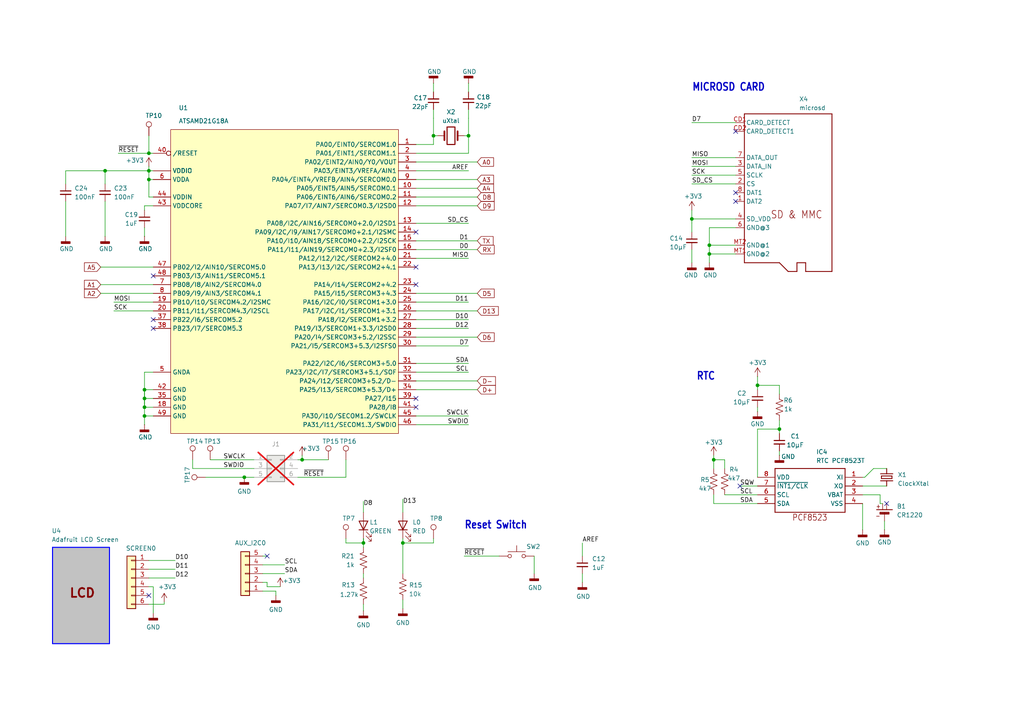
<source format=kicad_sch>
(kicad_sch (version 20250114) (generator "eeschema") (generator_version "9.0")
  (paper "A4")
  (title_block (title "FED3 Control Board") (rev "7.4") (company "Kravitz Lab") (comment 1 "Open Ephys, Inc."))
  (lib_symbols
    (symbol "Connector:TestPoint" (pin_numbers (hide yes)) (pin_names (offset 0.762) (hide yes))
      (property "Reference" "TP" (at 0 6.858 0))
      (property "Value" "TestPoint" (at 0 5.08 0))
      (symbol "TestPoint_1_1"
        (pin passive line (at 0 0 90) (length 2.54) (name "1") (number "1"))
      )
    )
    (symbol "Connector_Generic:Conn_01x05" (pin_names (offset 1.016) (hide yes))
      (property "Reference" "J" (at 0 7.62 0))
      (property "Value" "Conn_01x05" (at 0 -7.62 0))
      (symbol "Conn_01x05_1_1"
        (pin passive line (at -5.08 5.08 0) (length 3.81) (name "Pin_1") (number "1"))
        (pin passive line (at -5.08 2.54 0) (length 3.81) (name "Pin_2") (number "2"))
        (pin passive line (at -5.08 0 0) (length 3.81) (name "Pin_3") (number "3"))
        (pin passive line (at -5.08 -2.54 0) (length 3.81) (name "Pin_4") (number "4"))
        (pin passive line (at -5.08 -5.08 0) (length 3.81) (name "Pin_5") (number "5"))
      )
    )
    (symbol "Connector_Generic:Conn_01x06" (pin_names (offset 1.016) (hide yes))
      (property "Reference" "J" (at 0 7.62 0))
      (property "Value" "Conn_01x06" (at 0 -10.16 0))
      (symbol "Conn_01x06_1_1"
        (pin passive line (at -5.08 5.08 0) (length 3.81) (name "Pin_1") (number "1"))
        (pin passive line (at -5.08 2.54 0) (length 3.81) (name "Pin_2") (number "2"))
        (pin passive line (at -5.08 0 0) (length 3.81) (name "Pin_3") (number "3"))
        (pin passive line (at -5.08 -2.54 0) (length 3.81) (name "Pin_4") (number "4"))
        (pin passive line (at -5.08 -5.08 0) (length 3.81) (name "Pin_5") (number "5"))
        (pin passive line (at -5.08 -7.62 0) (length 3.81) (name "Pin_6") (number "6"))
      )
    )
    (symbol "Connector_Generic:Conn_02x03_Odd_Even" (pin_names (offset 1.016) (hide yes))
      (property "Reference" "J" (at 1.27 5.08 0))
      (property "Value" "Conn_02x03_Odd_Even" (at 1.27 -5.08 0))
      (symbol "Conn_02x03_Odd_Even_1_1"
        (pin passive line (at -5.08 2.54 0) (length 3.81) (name "Pin_1") (number "1"))
        (pin passive line (at -5.08 0 0) (length 3.81) (name "Pin_3") (number "3"))
        (pin passive line (at -5.08 -2.54 0) (length 3.81) (name "Pin_5") (number "5"))
        (pin passive line (at 7.62 2.54 180) (length 3.81) (name "Pin_2") (number "2"))
        (pin passive line (at 7.62 0 180) (length 3.81) (name "Pin_4") (number "4"))
        (pin passive line (at 7.62 -2.54 180) (length 3.81) (name "Pin_6") (number "6"))
      )
    )
    (symbol "Device:C_Small" (pin_numbers (hide yes)) (pin_names (offset 0.254) (hide yes))
      (property "Reference" "C" (at 0.254 1.778 0))
      (property "Value" "C_Small" (at 0.254 -2.032 0))
      (symbol "C_Small_1_1"
        (pin passive line (at 0 2.54 270) (length 2.032) (name "~") (number "1"))
        (pin passive line (at 0 -2.54 90) (length 2.032) (name "~") (number "2"))
      )
    )
    (symbol "Device:Crystal" (pin_numbers (hide yes)) (pin_names (offset 1.016) (hide yes))
      (property "Reference" "Y" (at 0 3.81 0))
      (property "Value" "Crystal" (at 0 -3.81 0))
      (symbol "Crystal_1_1"
        (pin passive line (at -3.81 0 0) (length 1.27) (name "1") (number "1"))
        (pin passive line (at 3.81 0 180) (length 1.27) (name "2") (number "2"))
      )
    )
    (symbol "Device:LED" (pin_numbers (hide yes)) (pin_names (offset 1.016) (hide yes))
      (property "Reference" "D" (at 0 2.54 0))
      (property "Value" "LED" (at 0 -2.54 0))
      (symbol "LED_1_1"
        (pin passive line (at -3.81 0 0) (length 2.54) (name "K") (number "1"))
        (pin passive line (at 3.81 0 180) (length 2.54) (name "A") (number "2"))
      )
    )
    (symbol "Device:R_US" (pin_numbers (hide yes)) (pin_names (offset 0))
      (property "Reference" "R" (at 2.54 0 90))
      (property "Value" "R_US" (at -2.54 0 90))
      (symbol "R_US_1_1"
        (pin passive line (at 0 3.81 270) (length 1.27) (name "~") (number "1"))
        (pin passive line (at 0 -3.81 90) (length 1.27) (name "~") (number "2"))
      )
    )
    (symbol "FED3 SymbLib:ATSAMD21J_QFN"
      (symbol "ATSAMD21J_QFN_1_0"
        (pin bidirectional inverted (at -25.4 33.02 0) (length 5.08) (name "/RESET") (number "40"))
        (pin power_in line (at -25.4 27.94 0) (length 5.08) (name "VDDIO") (number "17"))
        (pin power_in line (at -25.4 27.94 0) (length 5.08) (name "VDDIO") (number "36"))
        (pin power_in line (at -25.4 25.4 0) (length 5.08) (name "VDDA") (number "6"))
        (pin power_in line (at -25.4 20.32 0) (length 5.08) (name "VDDIN") (number "44"))
        (pin power_in line (at -25.4 17.78 0) (length 5.08) (name "VDDCORE") (number "43"))
        (pin bidirectional line (at -25.4 0 0) (length 5.08) (name "PB02/I2/AIN10/SERCOM5.0") (number "47"))
        (pin bidirectional line (at -25.4 -2.54 0) (length 5.08) (name "PB03/I3/AIN11/SERCOM5.1") (number "48"))
        (pin bidirectional line (at -25.4 -5.08 0) (length 5.08) (name "PB08/I8/AIN2/SERCOM4.0") (number "7"))
        (pin bidirectional line (at -25.4 -7.62 0) (length 5.08) (name "PB09/I9/AIN3/SERCOM4.1") (number "8"))
        (pin bidirectional line (at -25.4 -10.16 0) (length 5.08) (name "PB10/I10/SERCOM4.2/I2SMC") (number "19"))
        (pin bidirectional line (at -25.4 -12.7 0) (length 5.08) (name "PB11/I11/SERCOM4.3/I2SCL") (number "20"))
        (pin bidirectional line (at -25.4 -15.24 0) (length 5.08) (name "PB22/I6/SERCOM5.2") (number "37"))
        (pin bidirectional line (at -25.4 -17.78 0) (length 5.08) (name "PB23/I7/SERCOM5.3") (number "38"))
        (pin power_in line (at -25.4 -30.48 0) (length 5.08) (name "GNDA") (number "5"))
        (pin power_in line (at -25.4 -35.56 0) (length 5.08) (name "GND") (number "42"))
        (pin power_in line (at -25.4 -38.1 0) (length 5.08) (name "GND") (number "35"))
        (pin power_in line (at -25.4 -40.64 0) (length 5.08) (name "GND") (number "18"))
        (pin power_in line (at -25.4 -43.18 0) (length 5.08) (name "GND") (number "49"))
        (pin bidirectional line (at 50.8 35.56 180) (length 5.08) (name "PA00/EINT0/SERCOM1.0") (number "1"))
        (pin bidirectional line (at 50.8 33.02 180) (length 5.08) (name "PA01/EINT1/SERCOM1.1") (number "2"))
        (pin bidirectional line (at 50.8 30.48 180) (length 5.08) (name "PA02/EINT2/AIN0/Y0/VOUT") (number "3"))
        (pin bidirectional line (at 50.8 27.94 180) (length 5.08) (name "PA03/EINT3/VREFA/AIN1") (number "4"))
        (pin bidirectional line (at 50.8 25.4 180) (length 5.08) (name "PA04/EINT4/VREFB/AIN4/SERCOM0.0") (number "9"))
        (pin bidirectional line (at 50.8 22.86 180) (length 5.08) (name "PA05/EINT5/AIN5/SERCOM0.1") (number "10"))
        (pin bidirectional line (at 50.8 20.32 180) (length 5.08) (name "PA06/EINT6/AIN6/SERCOM0.2") (number "11"))
        (pin bidirectional line (at 50.8 17.78 180) (length 5.08) (name "PA07/I7/AIN7/SERCOM0.3/I2SD0") (number "12"))
        (pin bidirectional line (at 50.8 12.7 180) (length 5.08) (name "PA08/I2C/AIN16/SERCOM0+2.0/I2SD1") (number "13"))
        (pin bidirectional line (at 50.8 10.16 180) (length 5.08) (name "PA09/I2C/I9/AIN17/SERCOM0+2.1/I2SMC") (number "14"))
        (pin bidirectional line (at 50.8 7.62 180) (length 5.08) (name "PA10/I10/AIN18/SERCOM0+2.2/I2SCK") (number "15"))
        (pin bidirectional line (at 50.8 5.08 180) (length 5.08) (name "PA11/I11/AIN19/SERCOM0+2.3/I2SF0") (number "16"))
        (pin bidirectional line (at 50.8 2.54 180) (length 5.08) (name "PA12/I12/I2C/SERCOM2+4.0") (number "21"))
        (pin bidirectional line (at 50.8 0 180) (length 5.08) (name "PA13/I13/I2C/SERCOM2+4.1") (number "22"))
        (pin bidirectional line (at 50.8 -5.08 180) (length 5.08) (name "PA14/I14/SERCOM2+4.2") (number "23"))
        (pin bidirectional line (at 50.8 -7.62 180) (length 5.08) (name "PA15/I15/SERCOM3+4.3") (number "24"))
        (pin bidirectional line (at 50.8 -10.16 180) (length 5.08) (name "PA16/I2C/I0/SERCOM1+3.0") (number "25"))
        (pin bidirectional line (at 50.8 -12.7 180) (length 5.08) (name "PA17/I2C/I1/SERCOM1+3.1") (number "26"))
        (pin bidirectional line (at 50.8 -15.24 180) (length 5.08) (name "PA18/I2/SERCOM1+3.2") (number "27"))
        (pin bidirectional line (at 50.8 -17.78 180) (length 5.08) (name "PA19/I3/SERCOM1+3.3/I2SD0") (number "28"))
        (pin bidirectional line (at 50.8 -20.32 180) (length 5.08) (name "PA20/I4/SERCOM3+5.2/I2SSC") (number "29"))
        (pin bidirectional line (at 50.8 -22.86 180) (length 5.08) (name "PA21/I5/SERCOM3+5.3/I2SFS0") (number "30"))
        (pin bidirectional line (at 50.8 -27.94 180) (length 5.08) (name "PA22/I2C/I6/SERCOM3+5.0") (number "31"))
        (pin bidirectional line (at 50.8 -30.48 180) (length 5.08) (name "PA23/I2C/I7/SERCOM3+5.1/SOF") (number "32"))
        (pin bidirectional line (at 50.8 -33.02 180) (length 5.08) (name "PA24/I12/SERCOM3+5.2/D-") (number "33"))
        (pin bidirectional line (at 50.8 -35.56 180) (length 5.08) (name "PA25/I13/SERCOM3+5.3/D+") (number "34"))
        (pin bidirectional line (at 50.8 -38.1 180) (length 5.08) (name "PA27/I15") (number "39"))
        (pin bidirectional line (at 50.8 -40.64 180) (length 5.08) (name "PA28/I8") (number "41"))
        (pin bidirectional line (at 50.8 -43.18 180) (length 5.08) (name "PA30/I10/SECOM1.2/SWCLK") (number "45"))
        (pin bidirectional line (at 50.8 -45.72 180) (length 5.08) (name "PA31/I11/SECOM1.3/SWDIO") (number "46"))
      )
    )
    (symbol "FED3 SymbLib:BATTERYCR1220_SMT"
      (property "Reference" "B" (at -2.54 3.175 0))
      (symbol "BATTERYCR1220_SMT_1_0"
        (text "-" (at -1.778 -1.143 900) (effects (font (size 1.27 1.0795)) (justify right top)))
        (text "+" (at 1.016 -1.016 900) (effects (font (size 1.27 1.0795)) (justify right top)))
        (pin passive line (at -2.54 0 0) (length 2.54) (name "-") (number "3"))
        (pin passive line (at 2.54 0.6096 180) (length 1.8288) (name "+") (number "1"))
        (pin passive line (at 2.54 -0.5334 180) (length 1.8288) (name "+") (number "2"))
      )
    )
    (symbol "FED3 SymbLib:CRYSTAL8.0X3.8"
      (property "Reference" "Y" (at -2.54 2.54 0))
      (symbol "CRYSTAL8.0X3.8_1_0"
        (pin passive line (at -3.81 -2.54 0) (length 2.54) (hide yes) (name "2") (number "2"))
        (pin passive line (at -2.54 0 0) (length 0) (name "1") (number "1"))
        (pin passive line (at 2.54 0 180) (length 0) (name "4") (number "4"))
        (pin passive line (at 2.54 -2.54 180) (length 2.54) (hide yes) (name "3") (number "3"))
      )
    )
    (symbol "FED3 SymbLib:LCD_SCREEN" (pin_numbers (hide yes))
      (property "Reference" "U" (at -8.128 15.24 0))
      (property "Value" "Adafruit LCD Screen" (at 1.016 -15.24 0))
      (symbol "LCD_SCREEN_1_1"
        (text "LCD" (at -0.254 0.762 0) (effects (font (size 2.54 2.54) (thickness 0.508) (bold yes))))
      )
    )
    (symbol "FED3 SymbLib:MICROSD"
      (property "Reference" "X" (at -12.7 22.606 0))
      (symbol "MICROSD_1_0"
        (text "SD & MMC" (at -5.08 -10.16 0) (effects (font (size 2.1844 1.8567)) (justify left bottom)))
        (pin passive line (at -15.24 17.78 0) (length 2.54) (name "CARD_DETECT") (number "CD1"))
        (pin passive line (at -15.24 15.24 0) (length 2.54) (name "CARD_DETECT1") (number "CD2"))
        (pin output line (at -15.24 7.62 0) (length 2.54) (name "DATA_OUT") (number "7"))
        (pin input line (at -15.24 5.08 0) (length 2.54) (name "DATA_IN") (number "3"))
        (pin input line (at -15.24 2.54 0) (length 2.54) (name "SCLK") (number "5"))
        (pin input line (at -15.24 0 0) (length 2.54) (name "CS") (number "2"))
        (pin bidirectional line (at -15.24 -2.54 0) (length 2.54) (name "DAT1") (number "8"))
        (pin bidirectional line (at -15.24 -5.08 0) (length 2.54) (name "DAT2") (number "1"))
        (pin power_in line (at -15.24 -10.16 0) (length 2.54) (name "SD_VDD") (number "4"))
        (pin power_in line (at -15.24 -12.7 0) (length 2.54) (name "GND@3") (number "6"))
        (pin power_in line (at -15.24 -17.78 0) (length 2.54) (name "GND@1") (number "MT2"))
        (pin power_in line (at -15.24 -20.32 0) (length 2.54) (name "GND@2") (number "MT1"))
      )
    )
    (symbol "FED3 SymbLib:RTC_PCF8523/TK"
      (property "Reference" "IC" (at 10.16 7.62 0))
      (symbol "RTC_PCF8523/TK_1_0"
        (text "PCF8523" (at -5.08 -10.16 0) (effects (font (size 1.778 1.5113)) (justify left bottom)))
        (pin input line (at -15.24 2.54 0) (length 5.08) (name "XI") (number "1"))
        (pin output line (at -15.24 0 0) (length 5.08) (name "XO") (number "2"))
        (pin power_in line (at -15.24 -2.54 0) (length 5.08) (name "VBAT") (number "3"))
        (pin power_in line (at -15.24 -5.08 0) (length 5.08) (name "VSS") (number "4"))
        (pin power_in line (at 15.24 2.54 180) (length 5.08) (name "VDD") (number "8"))
        (pin output line (at 15.24 0 180) (length 5.08) (name "~{INT1/CLK}") (number "7"))
        (pin bidirectional line (at 15.24 -2.54 180) (length 5.08) (name "SCL") (number "6"))
        (pin bidirectional line (at 15.24 -5.08 180) (length 5.08) (name "SDA") (number "5"))
      )
    )
    (symbol "Switch:SW_Push" (pin_numbers (hide yes)) (pin_names (offset 1.016) (hide yes))
      (property "Reference" "SW" (at 1.27 2.54 0))
      (property "Value" "SW_Push" (at 0 -1.524 0))
      (symbol "SW_Push_0_1"
        (pin passive line (at -5.08 0 0) (length 2.54) (name "1") (number "1"))
        (pin passive line (at 5.08 0 180) (length 2.54) (name "2") (number "2"))
      )
    )
    (symbol "power:+3V3" (power) (pin_numbers (hide yes)) (pin_names (offset 0) (hide yes))
      (property "Value" "+3V3" (at 0 3.556 0))
      (symbol "+3V3_1_1"
        (pin power_in line (at 0 0 90) (length 0) (name "~") (number "1"))
      )
    )
    (symbol "power:GNDD" (power) (pin_numbers (hide yes)) (pin_names (offset 0) (hide yes))
      (property "Value" "GNDD" (at 0 -3.175 0))
      (symbol "GNDD_1_1"
        (pin power_in line (at 0 0 270) (length 0) (name "~") (number "1"))
      )
    )
  )
  (text "MICROSD CARD" (at 200.66 26.67 0) (effects (font (size 2.1844 1.8567) (thickness 0.3713) (bold yes)) (justify left bottom)))
  (text "Reset Switch" (at 134.62 153.67 0) (effects (font (size 2.1844 1.8567) (thickness 0.3713) (bold yes)) (justify left bottom)))
  (text "RTC" (at 201.93 110.49 0) (effects (font (size 2.1844 1.8567) (thickness 0.3713) (bold yes)) (justify left bottom)))
  (junction (at 105.41 157.48))
  (junction (at 205.74 73.66))
  (junction (at 135.89 39.37))
  (junction (at 200.66 63.5))
  (junction (at 70.866 138.43))
  (junction (at 87.63 133.35))
  (junction (at 30.48 49.53))
  (junction (at 43.18 44.45))
  (junction (at 219.71 111.76))
  (junction (at 41.91 118.11))
  (junction (at 43.18 49.53))
  (junction (at 116.84 157.48))
  (junction (at 43.18 52.07))
  (junction (at 226.06 124.46))
  (junction (at 207.01 133.35))
  (junction (at 41.91 113.03))
  (junction (at 41.91 120.65))
  (junction (at 125.73 39.37))
  (junction (at 205.74 71.12))
  (junction (at 41.91 115.57))
  (no_connect (at 120.65 118.11))
  (no_connect (at 120.65 115.57))
  (no_connect (at 213.36 55.88))
  (no_connect (at 43.18 172.72))
  (no_connect (at 44.45 95.25))
  (no_connect (at 257.1496 146.05))
  (no_connect (at 120.65 77.47))
  (no_connect (at 213.36 38.1))
  (no_connect (at 44.45 92.71))
  (no_connect (at 214.63 140.97))
  (no_connect (at 120.65 82.55))
  (no_connect (at 213.36 58.42))
  (no_connect (at 44.45 80.01))
  (no_connect (at 77.47 161.29))
  (no_connect (at 120.65 67.31))
  (wire (pts (xy 207.01 132.08) (xy 207.01 133.35)) (stroke (width 0.1524)))
  (wire (pts (xy 255.27 143.51) (xy 255.27 146.05)) (stroke (width 0.1524)))
  (wire (pts (xy 256.54 151.13) (xy 256.54 153.67)) (stroke (width 0.1524)))
  (wire (pts (xy 120.65 110.49) (xy 138.43 110.49)) (stroke (width 0.1524)))
  (wire (pts (xy 200.66 60.96) (xy 200.66 63.5)) (stroke (width 0.1524)))
  (wire (pts (xy 120.65 107.95) (xy 135.89 107.95)) (stroke (width 0.1524)))
  (wire (pts (xy 105.41 175.26) (xy 105.41 177.165)) (stroke (width 0.1524)))
  (wire (pts (xy 226.06 124.46) (xy 226.06 125.73)))
  (wire (pts (xy 41.91 66.04) (xy 41.91 68.58)))
  (wire (pts (xy 41.91 115.57) (xy 41.91 118.11)) (stroke (width 0.1524)))
  (wire (pts (xy 60.96 133.35) (xy 73.66 133.35)))
  (wire (pts (xy 105.41 166.37) (xy 105.41 167.64)))
  (wire (pts (xy 207.01 133.35) (xy 210.185 133.35)) (stroke (width 0.1524)))
  (wire (pts (xy 116.84 157.48) (xy 116.84 166.37)) (stroke (width 0.1524)))
  (wire (pts (xy 138.43 113.03) (xy 120.65 113.03)) (stroke (width 0.1524)))
  (wire (pts (xy 120.65 57.15) (xy 138.43 57.15)) (stroke (width 0.1524)))
  (wire (pts (xy 134.62 161.29) (xy 144.78 161.29)) (stroke (width 0.1524)))
  (wire (pts (xy 41.91 113.03) (xy 41.91 115.57)) (stroke (width 0.1524)))
  (wire (pts (xy 120.65 41.91) (xy 125.73 41.91)) (stroke (width 0.1524)))
  (wire (pts (xy 120.65 100.33) (xy 135.89 100.33)) (stroke (width 0.1524)))
  (wire (pts (xy 41.91 60.96) (xy 41.91 59.69)) (stroke (width 0.1524)))
  (wire (pts (xy 219.71 118.11) (xy 219.71 119.38)))
  (wire (pts (xy 76.2 166.37) (xy 82.55 166.37)) (stroke (width 0.1524)))
  (wire (pts (xy 207.01 143.51) (xy 207.01 146.05)) (stroke (width 0.1524)))
  (wire (pts (xy 200.66 48.26) (xy 213.36 48.26)) (stroke (width 0.1524)))
  (wire (pts (xy 219.71 111.76) (xy 219.71 113.03)))
  (wire (pts (xy 86.36 138.43) (xy 100.33 138.43)))
  (wire (pts (xy 41.91 118.11) (xy 41.91 120.65)))
  (wire (pts (xy 105.41 145.415) (xy 105.41 148.59)) (stroke (width 0.1524)))
  (wire (pts (xy 41.91 118.11) (xy 44.45 118.11)) (stroke (width 0.1524)))
  (wire (pts (xy 200.66 76.2) (xy 200.66 72.39)) (stroke (width 0.1524)))
  (wire (pts (xy 43.18 48.26) (xy 43.18 49.53)))
  (wire (pts (xy 210.185 133.35) (xy 210.185 135.89)) (stroke (width 0.1524)))
  (wire (pts (xy 116.84 144.78) (xy 116.84 148.59)) (stroke (width 0.1524)))
  (wire (pts (xy 120.65 52.07) (xy 138.43 52.07)) (stroke (width 0.1524)))
  (wire (pts (xy 43.18 165.1) (xy 50.8 165.1)) (stroke (width 0.1524)))
  (wire (pts (xy 200.66 63.5) (xy 213.36 63.5)) (stroke (width 0.1524)))
  (wire (pts (xy 200.66 45.72) (xy 213.36 45.72)) (stroke (width 0.1524)))
  (wire (pts (xy 210.185 143.51) (xy 219.71 143.51)) (stroke (width 0.1524)))
  (wire (pts (xy 30.48 53.34) (xy 30.48 49.53)))
  (wire (pts (xy 120.65 90.17) (xy 138.43 90.17)) (stroke (width 0.1524)))
  (wire (pts (xy 219.71 138.43) (xy 219.71 124.46)) (stroke (width 0.1524)))
  (wire (pts (xy 125.73 24.13) (xy 125.73 26.67)))
  (wire (pts (xy 120.65 69.85) (xy 138.43 69.85)) (stroke (width 0.1524)))
  (wire (pts (xy 135.89 24.13) (xy 135.89 26.67)))
  (wire (pts (xy 55.88 133.35) (xy 55.88 135.89)))
  (wire (pts (xy 41.91 115.57) (xy 44.45 115.57)))
  (wire (pts (xy 120.65 87.63) (xy 135.89 87.63)) (stroke (width 0.1524)))
  (wire (pts (xy 213.36 73.66) (xy 205.74 73.66)) (stroke (width 0.1524)))
  (wire (pts (xy 44.45 52.07) (xy 43.18 52.07)) (stroke (width 0.1524)))
  (wire (pts (xy 116.84 157.48) (xy 125.73 157.48)))
  (wire (pts (xy 44.45 77.47) (xy 29.21 77.47)) (stroke (width 0.1524)))
  (wire (pts (xy 43.18 52.07) (xy 43.18 49.53)) (stroke (width 0.1524)))
  (wire (pts (xy 255.27 143.51) (xy 250.19 143.51)) (stroke (width 0.1524)))
  (wire (pts (xy 43.18 162.56) (xy 50.8 162.56)) (stroke (width 0.1524)))
  (wire (pts (xy 44.45 170.18) (xy 44.45 177.8)))
  (wire (pts (xy 30.48 58.42) (xy 30.48 68.58)))
  (wire (pts (xy 100.33 157.48) (xy 105.41 157.48)))
  (wire (pts (xy 77.47 168.91) (xy 76.2 168.91)))
  (wire (pts (xy 41.91 120.65) (xy 44.45 120.65)))
  (wire (pts (xy 33.02 90.17) (xy 44.45 90.17)) (stroke (width 0.1524)))
  (wire (pts (xy 105.41 157.48) (xy 105.41 158.75)) (stroke (width 0.1524)))
  (wire (pts (xy 76.2 163.83) (xy 82.55 163.83)) (stroke (width 0.1524)))
  (wire (pts (xy 44.45 87.63) (xy 33.02 87.63)) (stroke (width 0.1524)))
  (wire (pts (xy 226.06 121.92) (xy 226.06 123.19)))
  (wire (pts (xy 19.05 49.53) (xy 30.48 49.53)))
  (wire (pts (xy 41.91 59.69) (xy 44.45 59.69)) (stroke (width 0.1524)))
  (wire (pts (xy 138.43 85.09) (xy 120.65 85.09)) (stroke (width 0.1524)))
  (wire (pts (xy 100.33 156.21) (xy 100.33 157.48)))
  (wire (pts (xy 207.01 133.35) (xy 207.01 135.89)) (stroke (width 0.1524)))
  (wire (pts (xy 226.06 124.46) (xy 226.06 123.19)) (stroke (width 0.1524)))
  (wire (pts (xy 77.47 161.29) (xy 76.2 161.29)))
  (wire (pts (xy 207.01 146.05) (xy 219.71 146.05)) (stroke (width 0.1524)))
  (wire (pts (xy 125.73 39.37) (xy 125.73 41.91)) (stroke (width 0.1524)))
  (wire (pts (xy 205.74 71.12) (xy 205.74 73.66)) (stroke (width 0.1524)))
  (wire (pts (xy 219.71 140.97) (xy 214.63 140.97)) (stroke (width 0.1524)))
  (wire (pts (xy 87.63 132.08) (xy 87.63 133.35)))
  (wire (pts (xy 257.175 140.97) (xy 250.19 140.97)) (stroke (width 0.1524)))
  (wire (pts (xy 41.91 123.19) (xy 41.91 120.65)))
  (wire (pts (xy 47.625 175.26) (xy 47.625 174.625)) (stroke (width 0.1524)))
  (wire (pts (xy 105.41 156.21) (xy 105.41 157.48)) (stroke (width 0.1524)))
  (wire (pts (xy 219.71 124.46) (xy 226.06 124.46)) (stroke (width 0.1524)))
  (wire (pts (xy 43.18 44.45) (xy 44.45 44.45)) (stroke (width 0.1524)))
  (wire (pts (xy 120.65 105.41) (xy 135.89 105.41)) (stroke (width 0.1524)))
  (wire (pts (xy 200.66 50.8) (xy 213.36 50.8)) (stroke (width 0.1524)))
  (wire (pts (xy 213.36 71.12) (xy 205.74 71.12)) (stroke (width 0.1524)))
  (wire (pts (xy 87.63 133.35) (xy 86.36 133.35)))
  (wire (pts (xy 47.625 175.26) (xy 43.18 175.26)) (stroke (width 0.1524)))
  (wire (pts (xy 77.47 170.18) (xy 77.47 168.91)))
  (wire (pts (xy 205.74 73.66) (xy 205.74 76.2)) (stroke (width 0.1524)))
  (wire (pts (xy 120.65 120.65) (xy 135.89 120.65)) (stroke (width 0.1524)))
  (wire (pts (xy 44.45 82.55) (xy 29.21 82.55)) (stroke (width 0.1524)))
  (wire (pts (xy 135.89 64.77) (xy 120.65 64.77)) (stroke (width 0.1524)))
  (wire (pts (xy 200.66 53.34) (xy 213.36 53.34)) (stroke (width 0.1524)))
  (wire (pts (xy 116.84 173.99) (xy 116.84 176.53)) (stroke (width 0.1524)))
  (wire (pts (xy 226.06 111.76) (xy 226.06 114.3)) (stroke (width 0.1524)))
  (wire (pts (xy 120.65 46.99) (xy 138.43 46.99)) (stroke (width 0.1524)))
  (wire (pts (xy 135.89 39.37) (xy 135.89 44.45)) (stroke (width 0.1524)))
  (wire (pts (xy 120.65 95.25) (xy 135.89 95.25)) (stroke (width 0.1524)))
  (wire (pts (xy 76.2 171.45) (xy 80.01 171.45)) (stroke (width 0.1524)))
  (wire (pts (xy 43.18 39.37) (xy 43.18 44.45)))
  (wire (pts (xy 213.36 66.04) (xy 205.74 66.04)) (stroke (width 0.1524)))
  (wire (pts (xy 43.18 57.15) (xy 43.18 52.07)) (stroke (width 0.1524)))
  (wire (pts (xy 125.73 31.75) (xy 125.73 34.29)))
  (wire (pts (xy 44.45 49.53) (xy 43.18 49.53)) (stroke (width 0.1524)))
  (wire (pts (xy 120.65 44.45) (xy 135.89 44.45)) (stroke (width 0.1524)))
  (wire (pts (xy 59.69 138.43) (xy 70.866 138.43)))
  (wire (pts (xy 30.48 49.53) (xy 43.18 49.53)))
  (wire (pts (xy 41.91 113.03) (xy 41.91 115.57)))
  (wire (pts (xy 168.91 157.48) (xy 168.91 161.29)))
  (wire (pts (xy 135.89 34.29) (xy 135.89 39.37)) (stroke (width 0.1524)))
  (wire (pts (xy 120.65 97.79) (xy 138.43 97.79)) (stroke (width 0.1524)))
  (wire (pts (xy 41.91 113.03) (xy 44.45 113.03)) (stroke (width 0.1524)))
  (wire (pts (xy 250.19 153.67) (xy 250.19 146.05)) (stroke (width 0.1524)))
  (wire (pts (xy 125.73 39.37) (xy 127 39.37)))
  (wire (pts (xy 226.06 111.76) (xy 219.71 111.76)) (stroke (width 0.1524)))
  (wire (pts (xy 205.74 66.04) (xy 205.74 71.12)) (stroke (width 0.1524)))
  (wire (pts (xy 200.66 63.5) (xy 200.66 64.77)) (stroke (width 0.1524)))
  (wire (pts (xy 81.28 170.18) (xy 77.47 170.18)))
  (wire (pts (xy 125.73 156.21) (xy 125.73 157.48)))
  (wire (pts (xy 34.29 44.45) (xy 43.18 44.45)) (stroke (width 0.1524)))
  (wire (pts (xy 41.91 107.95) (xy 44.45 107.95)))
  (wire (pts (xy 120.65 59.69) (xy 138.43 59.69)) (stroke (width 0.1524)))
  (wire (pts (xy 255.27 146.05) (xy 256.0066 146.05)) (stroke (width 0.1524)))
  (wire (pts (xy 200.66 35.56) (xy 213.36 35.56)) (stroke (width 0.1524)))
  (wire (pts (xy 29.21 85.09) (xy 44.45 85.09)) (stroke (width 0.1524)))
  (wire (pts (xy 43.18 167.64) (xy 50.8 167.64)) (stroke (width 0.1524)))
  (wire (pts (xy 226.06 130.81) (xy 226.06 132.08)))
  (wire (pts (xy 219.71 109.22) (xy 219.71 111.76)) (stroke (width 0.1524)))
  (wire (pts (xy 135.89 31.75) (xy 135.89 34.29)))
  (wire (pts (xy 135.89 123.19) (xy 120.65 123.19)) (stroke (width 0.1524)))
  (wire (pts (xy 120.65 92.71) (xy 135.89 92.71)) (stroke (width 0.1524)))
  (wire (pts (xy 154.94 161.29) (xy 154.94 166.37)) (stroke (width 0.1524)))
  (wire (pts (xy 70.866 138.43) (xy 73.66 138.43)))
  (wire (pts (xy 80.01 171.45) (xy 80.01 172.72)) (stroke (width 0.1524)))
  (wire (pts (xy 19.05 53.34) (xy 19.05 49.53)))
  (wire (pts (xy 120.65 72.39) (xy 138.43 72.39)) (stroke (width 0.1524)))
  (wire (pts (xy 168.91 166.37) (xy 168.91 168.91)) (stroke (width 0.1524)))
  (wire (pts (xy 100.33 133.35) (xy 100.33 138.43)))
  (wire (pts (xy 43.18 170.18) (xy 44.45 170.18)) (stroke (width 0.1524)))
  (wire (pts (xy 41.91 107.95) (xy 41.91 113.03)))
  (wire (pts (xy 105.41 157.48) (xy 105.41 156.21)))
  (wire (pts (xy 125.73 34.29) (xy 125.73 39.37)) (stroke (width 0.1524)))
  (wire (pts (xy 200.66 64.77) (xy 200.66 67.31)))
  (wire (pts (xy 44.45 57.15) (xy 43.18 57.15)) (stroke (width 0.1524)))
  (wire (pts (xy 138.43 54.61) (xy 120.65 54.61)) (stroke (width 0.1524)))
  (wire (pts (xy 55.88 135.89) (xy 73.66 135.89)))
  (wire (pts (xy 116.84 156.21) (xy 116.84 157.48)) (stroke (width 0.1524)))
  (wire (pts (xy 19.05 58.42) (xy 19.05 68.58)))
  (wire (pts (xy 253.365 135.89) (xy 250.825 138.43)) (stroke (width 0.1524)))
  (wire (pts (xy 120.65 74.93) (xy 135.89 74.93)) (stroke (width 0.1524)))
  (wire (pts (xy 41.91 115.57) (xy 41.91 118.11)))
  (wire (pts (xy 257.175 135.89) (xy 253.365 135.89)) (stroke (width 0.1524)))
  (wire (pts (xy 87.63 133.35) (xy 95.25 133.35)))
  (wire (pts (xy 134.62 39.37) (xy 135.89 39.37)))
  (wire (pts (xy 250.825 138.43) (xy 250.19 138.43)) (stroke (width 0.1524)))
  (wire (pts (xy 120.65 49.53) (xy 135.89 49.53)) (stroke (width 0.1524)))
  (label "D10" (at 135.89 92.71 180))
  (label "SWCLK" (at 64.77 133.35 0))
  (label "MISO" (at 135.89 74.93 180))
  (label "SDA" (at 82.55 166.37 0))
  (label "SCL" (at 82.55 163.83 0))
  (label "SCL" (at 214.63 143.51 0))
  (label "D10" (at 50.8 162.56 0))
  (label "SWDIO" (at 64.77 135.89 0))
  (label "MISO" (at 200.66 45.72 0))
  (label "SWDIO" (at 135.89 123.19 180))
  (label "AREF" (at 135.89 49.53 180))
  (label "~{RESET}" (at 34.29 44.45 0))
  (label "SCL" (at 135.89 107.95 180))
  (label "MOSI" (at 200.66 48.26 0))
  (label "SCK" (at 200.66 50.8 0))
  (label "D1" (at 135.89 69.85 180))
  (label "SD_CS" (at 135.89 64.77 180))
  (label "~{RESET}" (at 93.98 138.43 180))
  (label "D12" (at 135.89 95.25 180))
  (label "SDA" (at 135.89 105.41 180))
  (label "~{RESET}" (at 134.62 161.29 0))
  (label "D0" (at 135.89 72.39 180))
  (label "MOSI" (at 33.02 87.63 0))
  (label "D11" (at 50.8 165.1 0))
  (label "D8" (at 105.41 145.415 0))
  (label "SDA" (at 214.63 146.05 0))
  (label "SCK" (at 33.02 90.17 0))
  (label "SD_CS" (at 200.66 53.34 0))
  (label "AREF" (at 168.91 157.48 0))
  (label "SWCLK" (at 135.89 120.65 180))
  (label "D7" (at 135.89 100.33 180))
  (label "D12" (at 50.8 167.64 0))
  (label "D7" (at 200.66 35.56 0))
  (label "D11" (at 135.89 87.63 180))
  (label "D13" (at 116.84 144.78 0))
  (label "SQW" (at 214.63 140.97 0))
  (global_label "A5" (shape input) (at 29.21 77.47 180) (property "Intersheetrefs" "${INTERSHEET_REFS}" (effects (hide yes))))
  (global_label "RX" (shape input) (at 138.43 72.39 0) (property "Intersheetrefs" "${INTERSHEET_REFS}" (effects (hide yes))))
  (global_label "A0" (shape input) (at 138.43 46.99 0) (property "Intersheetrefs" "${INTERSHEET_REFS}" (effects (hide yes))))
  (global_label "D-" (shape input) (at 138.43 110.49 0) (property "Intersheetrefs" "${INTERSHEET_REFS}" (effects (hide yes))))
  (global_label "D9" (shape input) (at 138.43 59.69 0) (property "Intersheetrefs" "${INTERSHEET_REFS}" (effects (hide yes))))
  (global_label "A1" (shape input) (at 29.21 82.55 180) (property "Intersheetrefs" "${INTERSHEET_REFS}" (effects (hide yes))))
  (global_label "A2" (shape input) (at 29.21 85.09 180) (property "Intersheetrefs" "${INTERSHEET_REFS}" (effects (hide yes))))
  (global_label "D8" (shape input) (at 138.43 57.15 0) (property "Intersheetrefs" "${INTERSHEET_REFS}" (effects (hide yes))))
  (global_label "D13" (shape input) (at 138.43 90.17 0) (property "Intersheetrefs" "${INTERSHEET_REFS}" (effects (hide yes))))
  (global_label "TX" (shape input) (at 138.43 69.85 0) (property "Intersheetrefs" "${INTERSHEET_REFS}" (effects (hide yes))))
  (global_label "A4" (shape input) (at 138.43 54.61 0) (property "Intersheetrefs" "${INTERSHEET_REFS}" (effects (hide yes))))
  (global_label "D6" (shape input) (at 138.43 97.79 0) (property "Intersheetrefs" "${INTERSHEET_REFS}" (effects (hide yes))))
  (global_label "A3" (shape input) (at 138.43 52.07 0) (property "Intersheetrefs" "${INTERSHEET_REFS}" (effects (hide yes))))
  (global_label "D5" (shape input) (at 138.43 85.09 0) (property "Intersheetrefs" "${INTERSHEET_REFS}" (effects (hide yes))))
  (global_label "D+" (shape input) (at 138.43 113.03 0) (property "Intersheetrefs" "${INTERSHEET_REFS}" (effects (hide yes))))
  (symbol (lib_id "Device:Crystal") (at 130.81 39.37 0) (mirror x) (unit 1)
    (property "Reference" "X2" (at 130.81 31.75 0) (effects (justify bottom)))
    (property "Value" "uXtal" (at 130.81 34.29 0) (effects (justify bottom)))
    (property "Footprint" "Crystal:Crystal_SMD_MicroCrystal_CC8V-T1A-2Pin_2.0x1.2mm" (effects (hide yes)))
    (property "Description" "Crystal 32768 KHz ±50ppm 12.5pF 90kOhms" (effects (hide yes)))
    (property "OEPSPN" "OEPS100051" (effects (hide yes)))
    (property "MPN" "9HT11-32.768KBZF-T" (effects (hide yes)))
  )
  (symbol (lib_id "Device:R_US") (at 105.41 171.45 0) (mirror y) (unit 1)
    (property "Reference" "R13" (at 99.06 169.672 0) (effects (justify right)))
    (property "Value" "1.27k" (at 98.552 172.466 0) (effects (justify right)))
    (property "Footprint" "Resistor_SMD:R_0402_1005Metric" (effects (hide yes)))
    (property "Description" "SMD 0402 1.27kΩ ±1% 0.063W" (effects (hide yes)))
    (property "OEPSPN" "OEPS020190" (effects (hide yes)))
    (property "MPN" "CRCW04021K27FKED" (effects (hide yes)))
  )
  (symbol (lib_id "Device:C_Small") (at 135.89 29.21 180) (unit 1)
    (property "Reference" "C18" (at 140.208 27.432 0) (effects (justify bottom)))
    (property "Value" "22pF" (at 140.208 29.972 0) (effects (justify bottom)))
    (property "Footprint" "Capacitor_SMD:C_0402_1005Metric" (effects (hide yes)))
    (property "Description" "SMD CER 0402 22pF 50V ±5% C0G/NP0" (effects (hide yes)))
    (property "OEPSPN" "OEPS010080" (effects (hide yes)))
    (property "MPN" "CL05C220JB51PNC" (effects (hide yes)))
  )
  (symbol (lib_id "Connector:TestPoint") (at 60.96 133.35 0) (unit 1) (in_bom no)
    (property "Reference" "TP13" (at 59.182 128.016 0) (effects (justify left)))
    (property "Value" "GND" (effects (hide yes)))
    (property "Footprint" "TestPoint:TestPoint_Pad_D2.0mm" (effects (hide yes)))
    (property "Description" "test point" (effects (hide yes)))
  )
  (symbol (lib_id "power:GNDD") (at 205.74 76.2 0) (mirror y) (unit 1)
    (property "Reference" "#PWR040" (effects (hide yes)))
    (property "Value" "GND" (at 205.994 80.518 0) (effects (justify bottom)))
    (property "Description" "Power symbol creates a global label with name \"GNDD\" , digital ground" (effects (hide yes)))
  )
  (symbol (lib_id "Connector:TestPoint") (at 59.69 138.43 90) (unit 1) (in_bom no)
    (property "Reference" "TP17" (at 54.356 140.208 0) (effects (justify left)))
    (property "Value" "GND" (effects (hide yes)))
    (property "Footprint" "TestPoint:TestPoint_Pad_D2.0mm" (effects (hide yes)))
    (property "Description" "test point" (effects (hide yes)))
  )
  (symbol (lib_id "Device:C_Small") (at 200.66 69.85 0) (unit 1)
    (property "Reference" "C14" (at 194.183 69.85 0) (effects (justify left bottom)))
    (property "Value" "10µF" (at 194.183 72.39 0) (effects (justify left bottom)))
    (property "Footprint" "Capacitor_SMD:C_0402_1005Metric" (effects (hide yes)))
    (property "Description" "Unpolarized capacitor, small symbol" (effects (hide yes)))
    (property "OEPSPN" "OEPS010038" (effects (hide yes)))
    (property "MPN" "CL05A106MP5NUNC" (effects (hide yes)))
  )
  (symbol (lib_id "Device:LED") (at 105.41 152.4 90) (unit 1)
    (property "Reference" "L1" (at 107.188 150.749 90) (effects (justify right bottom)))
    (property "Value" "GREEN" (at 107.188 153.289 90) (effects (justify right bottom)))
    (property "Footprint" "LED_SMD:LED_0603_1608Metric" (effects (hide yes)))
    (property "Description" "LED 0603 Green 570nm 20mA" (effects (hide yes)))
    (property "OEPSPN" "OEPS030005" (effects (hide yes)))
    (property "MPN" "150060VS75000" (effects (hide yes)))
  )
  (symbol (lib_id "Connector:TestPoint") (at 100.33 156.21 0) (unit 1) (in_bom no)
    (property "Reference" "TP7" (at 99.314 150.368 0) (effects (justify left)))
    (property "Value" "3V3" (effects (hide yes)))
    (property "Footprint" "TestPoint:TestPoint_Pad_D2.0mm" (effects (hide yes)))
  )
  (symbol (lib_id "power:GNDD") (at 256.54 153.67 0) (unit 1)
    (property "Reference" "#PWR058" (effects (hide yes)))
    (property "Value" "GND" (at 256.54 157.988 0) (effects (justify bottom)))
    (property "Description" "Power symbol creates a global label with name \"GNDD\" , digital ground" (effects (hide yes)))
  )
  (symbol (lib_id "power:+3V3") (at 200.66 60.96 0) (unit 1)
    (property "Reference" "#+3V03" (effects (hide yes)))
    (property "Value" "+3V3" (at 201.041 57.658 0) (effects (justify bottom)))
  )
  (symbol (lib_id "power:GNDD") (at 30.48 68.58 0) (unit 1)
    (property "Reference" "#PWR072" (effects (hide yes)))
    (property "Value" "GND" (at 30.734 72.898 0) (effects (justify bottom)))
    (property "Description" "Power symbol creates a global label with name \"GNDD\" , digital ground" (effects (hide yes)))
  )
  (symbol (lib_id "power:GNDD") (at 41.91 68.58 0) (unit 1)
    (property "Reference" "#PWR016" (effects (hide yes)))
    (property "Value" "GND" (at 42.164 72.898 0) (effects (justify bottom)))
    (property "Description" "Power symbol creates a global label with name \"GNDD\" , digital ground" (effects (hide yes)))
  )
  (symbol (lib_id "power:GNDD") (at 125.73 24.13 180) (unit 1)
    (property "Reference" "#PWR041" (effects (hide yes)))
    (property "Value" "GND" (at 125.984 20.066 0) (effects (justify bottom)))
    (property "Description" "Power symbol creates a global label with name \"GNDD\" , digital ground" (effects (hide yes)))
  )
  (symbol (lib_id "power:GNDD") (at 168.91 168.91 0) (mirror y) (unit 1)
    (property "Reference" "#PWR047" (effects (hide yes)))
    (property "Value" "GND" (at 169.164 173.736 0) (effects (justify bottom)))
    (property "Description" "Power symbol creates a global label with name \"GNDD\" , digital ground" (effects (hide yes)))
  )
  (symbol (lib_id "power:+3V3") (at 47.625 174.625 0) (unit 1)
    (property "Reference" "#+3V08" (effects (hide yes)))
    (property "Value" "+3V3" (at 48.514 170.942 0) (effects (justify bottom)))
  )
  (symbol (lib_id "FED3 SymbLib:CRYSTAL8.0X3.8") (at 257.175 138.43 90) (mirror x) (unit 1)
    (property "Reference" "X1" (at 260.35 138.43 90) (effects (justify right bottom)))
    (property "Value" "ClockXtal" (at 260.35 140.97 90) (effects (justify right bottom)))
    (property "Footprint" "FED3_PCBLib:CRYSTAL_8X3.8" (effects (hide yes)))
    (property "Description" "Crystal 32.768 kHz ±10ppm 12.5pF 50 kOhms (OEPS K01 010)" (effects (hide yes)))
    (property "OEPSPN" "OEPS100060" (effects (hide yes)))
    (property "MPN" "ECS-.327-12.5-17X-C-TR" (effects (hide yes)))
  )
  (symbol (lib_id "Device:C_Small") (at 41.91 63.5 0) (unit 1)
    (property "Reference" "C19" (at 38.1 62.992 0) (effects (justify bottom)))
    (property "Value" "1uF" (at 38.1 65.532 0) (effects (justify bottom)))
    (property "Footprint" "Capacitor_SMD:C_0402_1005Metric" (effects (hide yes)))
    (property "Description" "SMD CER 0402 1uF 25V ±10% X5R" (effects (hide yes)))
    (property "OEPSPN" "OEPS010030" (effects (hide yes)))
    (property "MPN" "C1005X5R1E105K050BC" (effects (hide yes)))
  )
  (symbol (lib_id "Device:C_Small") (at 19.05 55.88 0) (unit 1)
    (property "Reference" "C24" (at 21.59 54.6162 0) (effects (justify left)))
    (property "Value" "100nF" (at 21.59 57.1562 0) (effects (justify left)))
    (property "Footprint" "Capacitor_SMD:C_0402_1005Metric" (effects (hide yes)))
    (property "Description" "SMD CER 0402 100nF 25V ±10% X7R" (effects (hide yes)))
    (property "OEPSPN" "OEPS010050" (effects (hide yes)))
    (property "MPN" "C1005X7R1E104K050BB" (effects (hide yes)))
  )
  (symbol (lib_id "Connector:TestPoint") (at 125.73 156.21 0) (unit 1) (in_bom no)
    (property "Reference" "TP8" (at 124.714 150.368 0) (effects (justify left)))
    (property "Value" "3V3" (effects (hide yes)))
    (property "Footprint" "TestPoint:TestPoint_Pad_D2.0mm" (effects (hide yes)))
  )
  (symbol (lib_id "Device:R_US") (at 116.84 170.18 0) (unit 1)
    (property "Reference" "R15" (at 118.618 170.434 0) (effects (justify left bottom)))
    (property "Value" "10k" (at 118.618 172.974 0) (effects (font (thickness 0.127)) (justify left bottom)))
    (property "Footprint" "Resistor_SMD:R_0402_1005Metric" (effects (hide yes)))
    (property "Description" "SMD 0402 10kΩ ±1% 0.100W" (effects (hide yes)))
    (property "OEPSPN" "OEPS020013" (effects (hide yes)))
    (property "MPN" "ERJ-2RKF1002X" (effects (hide yes)))
  )
  (symbol (lib_id "Device:C_Small") (at 125.73 29.21 180) (unit 1)
    (property "Reference" "C17" (at 121.92 27.686 0) (effects (justify bottom)))
    (property "Value" "22pF" (at 121.92 30.226 0) (effects (justify bottom)))
    (property "Footprint" "Capacitor_SMD:C_0402_1005Metric" (effects (hide yes)))
    (property "Description" "SMD CER 0402 22pF 50V ±5% C0G/NP0" (effects (hide yes)))
    (property "OEPSPN" "OEPS010080" (effects (hide yes)))
    (property "MPN" "CL05C220JB51PNC" (effects (hide yes)))
  )
  (symbol (lib_id "Connector:TestPoint") (at 100.33 133.35 0) (unit 1) (in_bom no)
    (property "Reference" "TP16" (at 98.552 128.016 0) (effects (justify left)))
    (property "Value" "GND" (effects (hide yes)))
    (property "Footprint" "TestPoint:TestPoint_Pad_D2.0mm" (effects (hide yes)))
    (property "Description" "test point" (effects (hide yes)))
  )
  (symbol (lib_id "power:+3V3") (at 43.18 48.26 0) (unit 1)
    (property "Reference" "#+3V01" (effects (hide yes)))
    (property "Value" "+3V3" (at 39.116 47.244 0) (effects (justify bottom)))
  )
  (symbol (lib_id "Device:R_US") (at 105.41 162.56 0) (mirror x) (unit 1)
    (property "Reference" "R21" (at 102.87 161.2899 0) (effects (justify right)))
    (property "Value" "1k" (at 102.87 163.8299 0) (effects (justify right)))
    (property "Footprint" "Resistor_SMD:R_0402_1005Metric" (effects (hide yes)))
    (property "Description" "SMD 0402 1kΩ ±1% 0.100W" (effects (hide yes)))
    (property "OEPSPN" "OEPS020006" (effects (hide yes)))
    (property "MPN" "ERJ-2RKF1001X" (effects (hide yes)))
  )
  (symbol (lib_id "Connector_Generic:Conn_01x05") (at 71.12 166.37 180) (unit 1)
    (property "Reference" "AUX_I2C0" (at 72.644 157.48 0))
    (property "Value" "Qwiic" (effects (hide yes)))
    (property "Footprint" "Connector_JST:JST_SH_BM04B-SRSS-TB_1x04-1MP_P1.00mm_Vertical" (effects (hide yes)))
    (property "Description" "Generic connector, single row, 01x05, script generated (kicad-library-utils/schlib/autogen/connector/)" (effects (hide yes)))
    (property "OEPSPN" "OEPS070125" (effects (hide yes)))
    (property "MPN" "BM04B-SRSS-TB(LF)(SN)" (effects (hide yes)))
  )
  (symbol (lib_id "power:GNDD") (at 70.866 138.43 0) (unit 1)
    (property "Reference" "#PWR061" (effects (hide yes)))
    (property "Value" "GND" (at 70.866 143.256 0) (effects (justify bottom)))
    (property "Description" "Power symbol creates a global label with name \"GNDD\" , digital ground" (effects (hide yes)))
  )
  (symbol (lib_id "power:GNDD") (at 154.94 166.37 0) (unit 1)
    (property "Reference" "#PWR054" (effects (hide yes)))
    (property "Value" "GND" (at 155.194 171.196 0) (effects (justify bottom)))
    (property "Description" "Power symbol creates a global label with name \"GNDD\" , digital ground" (effects (hide yes)))
  )
  (symbol (lib_id "Device:C_Small") (at 30.48 55.88 0) (unit 1)
    (property "Reference" "C23" (at 33.02 54.6162 0) (effects (justify left)))
    (property "Value" "100nF" (at 33.02 57.1562 0) (effects (justify left)))
    (property "Footprint" "Capacitor_SMD:C_0402_1005Metric" (effects (hide yes)))
    (property "Description" "SMD CER 0402 100nF 25V ±10% X7R" (effects (hide yes)))
    (property "OEPSPN" "OEPS010050" (effects (hide yes)))
    (property "MPN" "C1005X7R1E104K050BB" (effects (hide yes)))
  )
  (symbol (lib_id "power:GNDD") (at 135.89 24.13 180) (unit 1)
    (property "Reference" "#PWR042" (effects (hide yes)))
    (property "Value" "GND" (at 136.144 20.066 0) (effects (justify bottom)))
    (property "Description" "Power symbol creates a global label with name \"GNDD\" , digital ground" (effects (hide yes)))
  )
  (symbol (lib_id "power:GNDD") (at 80.01 172.72 0) (unit 1)
    (property "Reference" "#PWR050" (effects (hide yes)))
    (property "Value" "GND" (at 80.01 177.546 0) (effects (justify bottom)))
    (property "Description" "Power symbol creates a global label with name \"GNDD\" , digital ground" (effects (hide yes)))
  )
  (symbol (lib_id "power:+3V3") (at 81.28 170.18 0) (unit 1)
    (property "Reference" "#+3V07" (effects (hide yes)))
    (property "Value" "+3V3" (at 84.582 169.164 0) (effects (justify bottom)))
  )
  (symbol (lib_id "Switch:SW_Push") (at 149.86 161.29 0) (unit 1)
    (property "Reference" "SW2" (at 154.686 159.258 0) (effects (justify bottom)))
    (property "Value" "SPST_TACT-KMR2" (effects (hide yes)))
    (property "Footprint" "Button_Switch_SMD:SW_SPST_TL3305B" (effects (hide yes)))
    (property "Description" "SWITCH TACTILE SPST-NO 0.05A 12V" (effects (hide yes)))
    (property "OEPSPN" "OEPS100061" (effects (hide yes)))
    (property "MPN" "TL3305BF260QG" (effects (hide yes)))
  )
  (symbol (lib_id "Device:C_Small") (at 226.06 128.27 0) (unit 1)
    (property "Reference" "C1" (at 230.632 127.254 0) (effects (justify bottom)))
    (property "Value" "10µF" (at 230.632 129.794 0) (effects (justify bottom)))
    (property "Footprint" "Capacitor_SMD:C_0402_1005Metric" (effects (hide yes)))
    (property "Description" "Unpolarized capacitor, small symbol" (effects (hide yes)))
    (property "OEPSPN" "OEPS010038" (effects (hide yes)))
    (property "MPN" "CL05A106MP5NUNC" (effects (hide yes)))
  )
  (symbol (lib_id "power:GNDD") (at 226.06 132.08 0) (unit 1)
    (property "Reference" "#PWR056" (effects (hide yes)))
    (property "Value" "GND" (at 228.6 133.1595 0) (effects (justify bottom)))
    (property "Description" "Power symbol creates a global label with name \"GNDD\" , digital ground" (effects (hide yes)))
  )
  (symbol (lib_id "Connector_Generic:Conn_01x06") (at 38.1 167.64 0) (mirror y) (unit 1)
    (property "Reference" "SCREEN0" (at 40.894 159.766 0) (effects (justify bottom)))
    (property "Value" "PINHD-1X6" (effects (hide yes)))
    (property "Footprint" "FED3_PCBLib:1X06" (effects (hide yes)))
    (property "Description" "CONN HEADER R/A 6POS 2.54MM" (effects (hide yes)))
    (property "OEPSPN" "OEPS070118" (effects (hide yes)))
    (property "MPN" "61300611021" (effects (hide yes)))
  )
  (symbol (lib_id "power:GNDD") (at 200.66 76.2 0) (unit 1)
    (property "Reference" "#PWR039" (effects (hide yes)))
    (property "Value" "GND" (at 200.406 80.518 0) (effects (justify bottom)))
    (property "Description" "Power symbol creates a global label with name \"GNDD\" , digital ground" (effects (hide yes)))
  )
  (symbol (lib_id "Connector:TestPoint") (at 55.88 133.35 0) (unit 1) (in_bom no)
    (property "Reference" "TP14" (at 54.102 128.016 0) (effects (justify left)))
    (property "Value" "GND" (effects (hide yes)))
    (property "Footprint" "TestPoint:TestPoint_Pad_D2.0mm" (effects (hide yes)))
    (property "Description" "test point" (effects (hide yes)))
  )
  (symbol (lib_id "Device:R_US") (at 207.01 139.7 180) (unit 1)
    (property "Reference" "R5" (at 204.47 138.4299 0) (effects (justify bottom)))
    (property "Value" "4k7" (at 204.47 140.97 0) (effects (font (thickness 0.1588)) (justify bottom)))
    (property "Footprint" "Resistor_SMD:R_0402_1005Metric" (effects (hide yes)))
    (property "Description" "SMD 0402 4.7k 1% 0.100W" (effects (hide yes)))
    (property "OEPSPN" "OEPS020010" (effects (hide yes)))
    (property "MPN" "ERJ-2RKF4701X" (effects (hide yes)))
  )
  (symbol (lib_id "FED3 SymbLib:BATTERYCR1220_SMT") (at 256.54 148.59 270) (mirror x) (unit 1)
    (property "Reference" "B1" (at 260.096 147.574 90) (effects (justify left top)))
    (property "Value" "CR1220" (at 260.096 150.114 90) (effects (justify left top)))
    (property "Footprint" "FED3_PCBLib:CR1220" (effects (hide yes)))
    (property "Description" "CR1220 Battery Holders; 12mm (OEPS K01 013)" (effects (hide yes)))
    (property "OEPSPN" "OEPS070116" (effects (hide yes)))
    (property "MPN" "534-3000" (effects (hide yes)))
  )
  (symbol (lib_id "Connector_Generic:Conn_02x03_Odd_Even") (at 78.74 135.89 0) (unit 1) (dnp yes)
    (property "Reference" "J1" (at 80.01 129.54 0) (effects (justify bottom)))
    (property "Value" "Conn_02x03_Odd_Even" (effects (hide yes)))
    (property "Footprint" "Connector_PinHeader_2.54mm:PinHeader_2x03_P2.54mm_Vertical" (effects (hide yes)))
    (property "Description" "HEADER 2.54MM straight 2x3POS" (effects (hide yes)))
    (property "MPN" "PR20203VBDN" (effects (hide yes)))
    (property "OEPSPN" "OEPS070124" (effects (hide yes)))
  )
  (symbol (lib_id "Connector:TestPoint") (at 95.25 133.35 0) (unit 1) (in_bom no)
    (property "Reference" "TP15" (at 93.472 128.016 0) (effects (justify left)))
    (property "Value" "GND" (effects (hide yes)))
    (property "Footprint" "TestPoint:TestPoint_Pad_D2.0mm" (effects (hide yes)))
    (property "Description" "test point" (effects (hide yes)))
  )
  (symbol (lib_id "power:GNDD") (at 116.84 176.53 0) (mirror y) (unit 1)
    (property "Reference" "#PWR053" (effects (hide yes)))
    (property "Value" "GND" (at 116.84 181.356 0) (effects (justify bottom)))
    (property "Description" "Power symbol creates a global label with name \"GNDD\" , digital ground" (effects (hide yes)))
  )
  (symbol (lib_id "FED3 SymbLib:MICROSD") (at 228.6 53.34 0) (unit 1)
    (property "Reference" "X4" (at 231.775 29.464 0) (effects (justify left bottom)))
    (property "Value" "microsd" (at 231.775 32.004 0) (effects (justify left bottom)))
    (property "Footprint" "FED3_PCBLib:MICROSD" (effects (hide yes)))
    (property "Description" "CONN MICRO SD CARD R/A" (effects (hide yes)))
    (property "OEPSPN" "OEPS070119" (effects (hide yes)))
    (property "MPN" "693071010811" (effects (hide yes)))
  )
  (symbol (lib_id "power:GNDD") (at 44.45 177.8 0) (unit 1)
    (property "Reference" "#PWR052" (effects (hide yes)))
    (property "Value" "GND" (at 44.45 182.626 0) (effects (justify bottom)))
    (property "Description" "Power symbol creates a global label with name \"GNDD\" , digital ground" (effects (hide yes)))
  )
  (symbol (lib_id "power:GNDD") (at 250.19 153.67 0) (unit 1)
    (property "Reference" "#PWR057" (effects (hide yes)))
    (property "Value" "GND" (at 250.19 158.242 0) (effects (justify bottom)))
    (property "Description" "Power symbol creates a global label with name \"GNDD\" , digital ground" (effects (hide yes)))
  )
  (symbol (lib_id "power:GNDD") (at 219.71 119.38 0) (unit 1)
    (property "Reference" "#PWR055" (effects (hide yes)))
    (property "Value" "GND" (at 219.71 123.698 0) (effects (justify bottom)))
    (property "Description" "Power symbol creates a global label with name \"GNDD\" , digital ground" (effects (hide yes)))
  )
  (symbol (lib_id "Connector:TestPoint") (at 43.18 39.37 0) (unit 1) (in_bom no)
    (property "Reference" "TP10" (at 42.164 33.528 0) (effects (justify left)))
    (property "Value" "3V3" (effects (hide yes)))
    (property "Footprint" "TestPoint:TestPoint_Pad_D2.0mm" (effects (hide yes)))
  )
  (symbol (lib_id "Device:LED") (at 116.84 152.4 90) (unit 1)
    (property "Reference" "L0" (at 119.634 150.749 90) (effects (justify right bottom)))
    (property "Value" "RED" (at 119.634 153.289 90) (effects (justify right bottom)))
    (property "Footprint" "LED_SMD:LED_0603_1608Metric" (effects (hide yes)))
    (property "Datasheet" "LED 0603 Red 635nm 20mA" (effects (hide yes)))
    (property "Description" "Light emitting diode" (effects (hide yes)))
    (property "OEPSPN" "OEPS030038" (effects (hide yes)))
    (property "MPN" "VFHR1116P-4C82A-TR" (effects (hide yes)))
  )
  (symbol (lib_id "FED3 SymbLib:LCD_SCREEN") (at 24.13 172.72 0) (unit 1) (in_bom no) (on_board no)
    (property "Reference" "U4" (at 14.986 154.686 0) (effects (justify left bottom)))
    (property "Value" "Adafruit LCD Screen" (at 14.986 157.226 0) (effects (justify left bottom)))
    (property "OEPSPN" "TBD" (effects (hide yes)))
    (property "MPN" "3502" (effects (hide yes)))
  )
  (symbol (lib_id "Device:R_US") (at 226.06 118.11 0) (unit 1)
    (property "Reference" "R6" (at 228.6 116.8399 0) (effects (justify bottom)))
    (property "Value" "1k" (at 228.6 119.38 0) (effects (font (thickness 0.1588)) (justify bottom)))
    (property "Footprint" "Resistor_SMD:R_0402_1005Metric" (effects (hide yes)))
    (property "Description" "SMD 0402 1kΩ ±1% 0.100W" (effects (hide yes)))
    (property "OEPSPN" "OEPS020006" (effects (hide yes)))
    (property "MPN" "ERJ-2RKF1001X" (effects (hide yes)))
  )
  (symbol (lib_id "power:+3V3") (at 87.63 132.08 0) (mirror y) (unit 1)
    (property "Reference" "#+3V09" (effects (hide yes)))
    (property "Value" "+3V3" (at 90.17 130.81 0) (effects (justify bottom)))
  )
  (symbol (lib_id "FED3 SymbLib:RTC_PCF8523/TK") (at 234.95 140.97 0) (mirror y) (unit 1)
    (property "Reference" "IC4" (at 236.728 131.064 0) (effects (justify right)))
    (property "Value" "RTC PCF8523T" (at 236.728 133.604 0) (effects (justify right)))
    (property "Footprint" "Package_SO:SO-8_3.9x4.9mm_P1.27mm" (effects (hide yes)))
    (property "Description" "RTC CLOCK/CALENDAR I2C" (effects (hide yes)))
    (property "OEPSPN" "OEPS080167" (effects (hide yes)))
    (property "MPN" "PCF8523T/1,118" (effects (hide yes)))
  )
  (symbol (lib_id "power:GNDD") (at 41.91 123.19 0) (unit 1)
    (property "Reference" "#PWR017" (effects (hide yes)))
    (property "Value" "GND" (at 42.164 127.508 0) (effects (justify bottom)))
    (property "Description" "Power symbol creates a global label with name \"GNDD\" , digital ground" (effects (hide yes)))
  )
  (symbol (lib_id "power:+3V3") (at 207.01 132.08 0) (mirror y) (unit 1)
    (property "Reference" "#+3V04" (effects (hide yes)))
    (property "Value" "+3V3" (at 207.01 129.032 0) (effects (justify bottom)))
  )
  (symbol (lib_id "power:GNDD") (at 105.41 177.165 0) (mirror y) (unit 1)
    (property "Reference" "#PWR043" (effects (hide yes)))
    (property "Value" "GND" (at 105.41 181.991 0) (effects (justify bottom)))
    (property "Description" "Power symbol creates a global label with name \"GNDD\" , digital ground" (effects (hide yes)))
  )
  (symbol (lib_id "Device:C_Small") (at 168.91 163.83 0) (unit 1)
    (property "Reference" "C12" (at 171.704 162.814 0) (effects (justify left bottom)))
    (property "Value" "1uF" (at 171.704 165.354 0) (effects (justify left bottom)))
    (property "Footprint" "Capacitor_SMD:C_0402_1005Metric" (effects (hide yes)))
    (property "Description" "SMD CER 0402 1uF 25V ±10% X5R" (effects (hide yes)))
    (property "OEPSPN" "OEPS010030" (effects (hide yes)))
    (property "MPN" "C1005X5R1E105K050BC" (effects (hide yes)))
  )
  (symbol (lib_id "Device:R_US") (at 210.185 139.7 0) (unit 1)
    (property "Reference" "R4" (at 212.852 136.906 0) (effects (justify bottom)))
    (property "Value" "4k7" (at 212.852 139.4461 0) (effects (font (thickness 0.1588)) (justify bottom)))
    (property "Footprint" "Resistor_SMD:R_0402_1005Metric" (effects (hide yes)))
    (property "Description" "SMD 0402 4.7k 1% 0.100W" (effects (hide yes)))
    (property "OEPSPN" "OEPS020010" (effects (hide yes)))
    (property "MPN" "ERJ-2RKF4701X" (effects (hide yes)))
  )
  (symbol (lib_id "FED3 SymbLib:ATSAMD21J_QFN") (at 69.85 77.47 0) (unit 1)
    (property "Reference" "U1" (at 51.816 32.004 0) (effects (justify left bottom)))
    (property "Value" "ATSAMD21G18A" (at 51.816 35.814 0) (effects (justify left bottom)))
    (property "Footprint" "FED3_PCBLib:TQFN48_7MM" (effects (hide yes)))
    (property "Description" "IC MCU 32BIT 256KB FLASH 48QFN" (effects (hide yes)))
    (property "OEPSPN" "OEPS080131" (effects (hide yes)))
    (property "MPN" "ATSAMD21G18A-MU" (effects (hide yes)))
  )
  (symbol (lib_id "Device:C_Small") (at 219.71 115.57 0) (unit 1)
    (property "Reference" "C2" (at 215.138 114.808 0) (effects (justify bottom)))
    (property "Value" "10µF" (at 215.138 117.348 0) (effects (justify bottom)))
    (property "Footprint" "Capacitor_SMD:C_0402_1005Metric" (effects (hide yes)))
    (property "Description" "Unpolarized capacitor, small symbol" (effects (hide yes)))
    (property "OEPSPN" "OEPS010038" (effects (hide yes)))
    (property "MPN" "CL05A106MP5NUNC" (effects (hide yes)))
  )
  (symbol (lib_id "power:+3V3") (at 219.71 109.22 0) (mirror y) (unit 1)
    (property "Reference" "#+3V05" (effects (hide yes)))
    (property "Value" "+3V3" (at 219.71 105.918 0) (effects (justify bottom)))
  )
  (symbol (lib_id "power:GNDD") (at 19.05 68.58 0) (unit 1)
    (property "Reference" "#PWR073" (effects (hide yes)))
    (property "Value" "GND" (at 19.304 72.898 0) (effects (justify bottom)))
    (property "Description" "Power symbol creates a global label with name \"GNDD\" , digital ground" (effects (hide yes)))
  )
)
</source>
